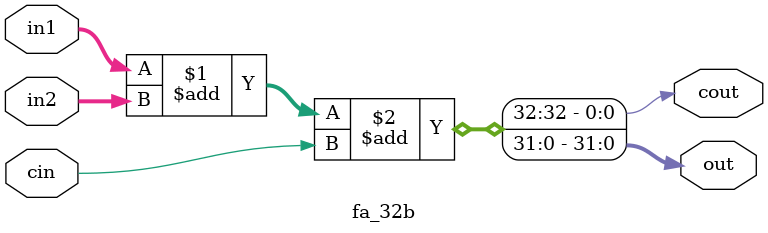
<source format=v>
module fa_32b(out, in1, in2, cin, cout);
	input [31:0] in1, in2;
	output [31:0] out;
	input cin;
	output cout;
	assign {cout,out} = in1+in2+cin;
endmodule
</source>
